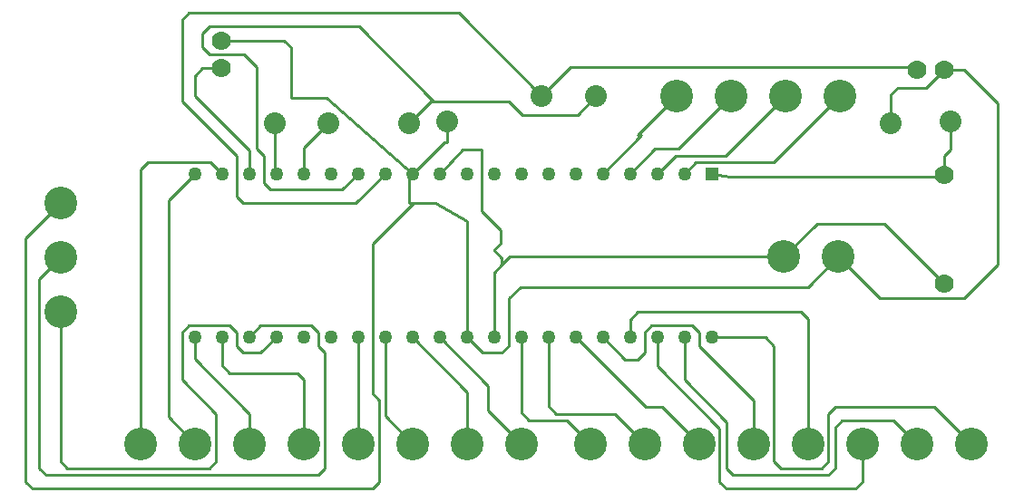
<source format=gbr>
G04 PROTEUS GERBER X2 FILE*
%TF.GenerationSoftware,Labcenter,Proteus,8.6-SP2-Build23525*%
%TF.CreationDate,2018-03-22T21:58:14+00:00*%
%TF.FileFunction,Copper,L2,Bot*%
%TF.FilePolarity,Positive*%
%TF.Part,Single*%
%FSLAX45Y45*%
%MOMM*%
G01*
%TA.AperFunction,Conductor*%
%ADD15C,0.254000*%
%TA.AperFunction,ComponentPad*%
%ADD10C,1.778000*%
%ADD11C,3.048000*%
%TA.AperFunction,ComponentPad*%
%ADD12R,1.270000X1.270000*%
%ADD13C,1.270000*%
%TA.AperFunction,ComponentPad*%
%ADD14C,2.032000*%
%TD.AperFunction*%
D15*
X+1322000Y+274000D02*
X+1429000Y+381000D01*
X+2155000Y+381000D01*
X+2774000Y+1000000D01*
X+1068000Y+274000D02*
X+1238500Y+444500D01*
X+1710500Y+444500D01*
X+2266000Y+1000000D01*
X+814000Y+274000D02*
X+1048000Y+508000D01*
X+1266000Y+508000D01*
X+1758000Y+1000000D01*
X+560000Y+274000D02*
X+921257Y+635257D01*
X+885257Y+635257D01*
X+1250000Y+1000000D01*
X-1016000Y+952500D02*
X-1714500Y+1651000D01*
X-3111500Y+1651000D01*
X-3175000Y+1587500D01*
X-3175000Y+1456500D01*
X-3111500Y+1393000D01*
X-2790000Y+1393000D01*
X-2667000Y+1270000D01*
X-2667000Y+508000D01*
X-2603500Y+444500D01*
X-2603500Y+190500D01*
X-2540000Y+127000D01*
X-1873000Y+127000D01*
X-1726000Y+274000D01*
X-1016000Y+952500D02*
X-317500Y+952500D01*
X-190500Y+825500D01*
X+325500Y+825500D01*
X+500000Y+1000000D01*
X-1016000Y+952500D02*
X-1047500Y+952500D01*
X-1250000Y+750000D01*
X-8000Y+1000000D02*
X-786000Y+1778000D01*
X-3302000Y+1778000D01*
X-3365500Y+1714500D01*
X-3365500Y+952500D01*
X-2857500Y+444500D01*
X-2857500Y+63500D01*
X-2794000Y+0D01*
X-1746000Y+0D01*
X-1472000Y+274000D01*
X-8000Y+1000000D02*
X+262000Y+1270000D01*
X+3432500Y+1270000D01*
X+3496000Y+1206500D01*
X+3496000Y+1250000D01*
X+444000Y-2250000D02*
X+226000Y-2032000D01*
X-127000Y-2032000D01*
X-202000Y-1957000D01*
X-202000Y-1250000D01*
X+952000Y-2250000D02*
X+670500Y-1968500D01*
X+127000Y-1968500D01*
X+52000Y-1893500D01*
X+52000Y-1250000D01*
X+1460000Y-2250000D02*
X+1115000Y-1905000D01*
X+961000Y-1905000D01*
X+306000Y-1250000D01*
X+1968000Y-2250000D02*
X+1968000Y-1841500D01*
X+1460500Y-1334000D01*
X+1460500Y-1206500D01*
X+1397000Y-1143000D01*
X+1016000Y-1143000D01*
X+952500Y-1206500D01*
X+952500Y-1397000D01*
X+889000Y-1460500D01*
X+770500Y-1460500D01*
X+560000Y-1250000D01*
X+2476000Y-2250000D02*
X+2476000Y-1079500D01*
X+2412500Y-1016000D01*
X+889000Y-1016000D01*
X+814000Y-1091000D01*
X+814000Y-1250000D01*
X+2984000Y-2250000D02*
X+2984000Y-2603500D01*
X+2920500Y-2667000D01*
X+1714500Y-2667000D01*
X+1651000Y-2603500D01*
X+1651000Y-2107000D01*
X+1068000Y-1524000D01*
X+1068000Y-1250000D01*
X+3492000Y-2250000D02*
X+3274000Y-2032000D01*
X+2794000Y-2032000D01*
X+2730500Y-2095500D01*
X+2730500Y-2476500D01*
X+2667000Y-2540000D01*
X+1778000Y-2540000D01*
X+1714500Y-2476500D01*
X+1714500Y-2043500D01*
X+1322000Y-1651000D01*
X+1322000Y-1250000D01*
X+4000000Y-2250000D02*
X+3655000Y-1905000D01*
X+2730500Y-1905000D01*
X+2667000Y-1968500D01*
X+2667000Y-2413000D01*
X+2603500Y-2476500D01*
X+2222500Y-2476500D01*
X+2159000Y-2413000D01*
X+2159000Y-1333500D01*
X+2075500Y-1250000D01*
X+1576000Y-1250000D01*
X-2000000Y+750000D02*
X-2234000Y+516000D01*
X-2234000Y+274000D01*
X-2500000Y+750000D02*
X-2500000Y+286000D01*
X-2488000Y+274000D01*
X-3004000Y+1266000D02*
X-3175000Y+1266000D01*
X-3250000Y+1191000D01*
X-3250000Y+1000000D01*
X-2742000Y+492000D01*
X-2742000Y+274000D01*
X-4500000Y-508000D02*
X-4699000Y-707000D01*
X-4699000Y-2476500D01*
X-4635500Y-2540000D01*
X-2095500Y-2540000D01*
X-2032000Y-2476500D01*
X-2032000Y-1397000D01*
X-2095500Y-1333500D01*
X-2095500Y-1206500D01*
X-2159000Y-1143000D01*
X-2635000Y-1143000D01*
X-2742000Y-1250000D01*
X-4500000Y-1016000D02*
X-4500000Y-2413000D01*
X-4436500Y-2476500D01*
X-3111500Y-2476500D01*
X-3048000Y-2413000D01*
X-3048000Y-1968500D01*
X-3365500Y-1651000D01*
X-3365500Y-1206500D01*
X-3302000Y-1143000D01*
X-2921000Y-1143000D01*
X-2857500Y-1206500D01*
X-2857500Y-1333500D01*
X-2794000Y-1397000D01*
X-2635000Y-1397000D01*
X-2488000Y-1250000D01*
X-3750000Y-2250000D02*
X-3750000Y+317500D01*
X-3686500Y+381000D01*
X-3103000Y+381000D01*
X-2996000Y+274000D01*
X-3242000Y-2250000D02*
X-3492500Y-1999500D01*
X-3492500Y+31500D01*
X-3250000Y+274000D01*
X-2734000Y-2250000D02*
X-2734000Y-1968500D01*
X-3250000Y-1452500D01*
X-3250000Y-1250000D01*
X-2226000Y-2250000D02*
X-2226000Y-1651000D01*
X-2289500Y-1587500D01*
X-2921000Y-1587500D01*
X-2996000Y-1512500D01*
X-2996000Y-1250000D01*
X-1718000Y-2250000D02*
X-1718000Y-1468500D01*
X-1726000Y-1460500D01*
X-1726000Y-1250000D01*
X-1210000Y-2250000D02*
X-1472000Y-1988000D01*
X-1472000Y-1250000D01*
X-702000Y-2250000D02*
X-702000Y-1766000D01*
X-1218000Y-1250000D01*
X-194000Y-2250000D02*
X-508000Y-1936000D01*
X-508000Y-1706000D01*
X-964000Y-1250000D01*
X+3750000Y+266000D02*
X+3750000Y+444500D01*
X+3810000Y+504500D01*
X+3810000Y+762000D01*
X+3750000Y+266000D02*
X+3750000Y+250000D01*
X+1750000Y+250000D01*
X+1576000Y+274000D01*
X-1206500Y+0D02*
X-1587500Y-381000D01*
X-1587500Y-1778000D01*
X-1524000Y-1841500D01*
X-1524000Y-2603500D01*
X-1587500Y-2667000D01*
X-4762500Y-2667000D01*
X-4826000Y-2603500D01*
X-4826000Y-326000D01*
X-4500000Y+0D01*
X+2758000Y-500000D02*
X+2476304Y-781696D01*
X-210196Y-781696D01*
X-317500Y-889000D01*
X-317500Y-1333500D01*
X-381000Y-1397000D01*
X-563000Y-1397000D01*
X-710000Y-1250000D01*
X+3750000Y+1250000D02*
X+3579500Y+1079500D01*
X+3313500Y+1079500D01*
X+3250000Y+1016000D01*
X+3250000Y+750000D01*
X+3750000Y+1250000D02*
X+3937000Y+1250000D01*
X+4250000Y+937000D01*
X+4250000Y-576000D01*
X+3937000Y-889000D01*
X+3147000Y-889000D01*
X+2758000Y-500000D01*
X-1218000Y+274000D02*
X-2016000Y+984000D01*
X-2349500Y+984000D01*
X-2349500Y+1456500D01*
X-2413000Y+1520000D01*
X-3004000Y+1520000D01*
X-1218000Y+274000D02*
X-1250000Y+250000D01*
X-1250000Y+0D01*
X-1206500Y+0D01*
X-710000Y-1250000D02*
X-710000Y-500000D01*
X-1206500Y+0D02*
X-1000000Y+0D01*
X-710000Y-163000D01*
X-710000Y-500000D01*
X-1218000Y+274000D02*
X-920500Y+571500D01*
X-889000Y+571500D01*
X-889000Y+762000D01*
X+2250000Y-500000D02*
X+2559500Y-190500D01*
X+3190500Y-190500D01*
X+3750000Y-750000D01*
X-381000Y-571500D02*
X-456000Y-646500D01*
X-456000Y-1250000D01*
X+2250000Y-500000D02*
X-309500Y-500000D01*
X-381000Y-571500D01*
X-456000Y-436500D02*
X-381000Y-511500D01*
X-381000Y-571500D01*
X-456000Y-436500D02*
X-392500Y-373000D01*
X-392500Y-254000D01*
X-571500Y-75000D01*
X-571500Y+500000D01*
X-750000Y+500000D01*
X-964000Y+274000D01*
D10*
X-3004000Y+1266000D03*
X-3004000Y+1520000D03*
X+3496000Y+1250000D03*
X+3750000Y+1250000D03*
D11*
X+2250000Y-500000D03*
X+2758000Y-500000D03*
D12*
X+1576000Y+274000D03*
D13*
X+1322000Y+274000D03*
X+1068000Y+274000D03*
X+814000Y+274000D03*
X+560000Y+274000D03*
X+306000Y+274000D03*
X+52000Y+274000D03*
X-202000Y+274000D03*
X-456000Y+274000D03*
X-710000Y+274000D03*
X-964000Y+274000D03*
X-1218000Y+274000D03*
X-1472000Y+274000D03*
X-1726000Y+274000D03*
X-1980000Y+274000D03*
X-2234000Y+274000D03*
X-2488000Y+274000D03*
X-2742000Y+274000D03*
X-2996000Y+274000D03*
X-3250000Y+274000D03*
X-3250000Y-1250000D03*
X-2996000Y-1250000D03*
X-2742000Y-1250000D03*
X-2488000Y-1250000D03*
X-2234000Y-1250000D03*
X-1980000Y-1250000D03*
X-1726000Y-1250000D03*
X-1472000Y-1250000D03*
X-1218000Y-1250000D03*
X-964000Y-1250000D03*
X-710000Y-1250000D03*
X-456000Y-1250000D03*
X-202000Y-1250000D03*
X+52000Y-1250000D03*
X+306000Y-1250000D03*
X+560000Y-1250000D03*
X+814000Y-1250000D03*
X+1068000Y-1250000D03*
X+1322000Y-1250000D03*
X+1576000Y-1250000D03*
D10*
X+3750000Y-750000D03*
X+3750000Y+266000D03*
D14*
X+500000Y+1000000D03*
X-8000Y+1000000D03*
X-2500000Y+750000D03*
D11*
X+4000000Y-2250000D03*
X+3492000Y-2250000D03*
X+2984000Y-2250000D03*
X+2476000Y-2250000D03*
X+1968000Y-2250000D03*
X+1460000Y-2250000D03*
X+952000Y-2250000D03*
X+444000Y-2250000D03*
X+1250000Y+1000000D03*
X+1758000Y+1000000D03*
X+2266000Y+1000000D03*
X+2774000Y+1000000D03*
X-3750000Y-2250000D03*
X-3242000Y-2250000D03*
X-2734000Y-2250000D03*
X-2226000Y-2250000D03*
X-1718000Y-2250000D03*
X-1210000Y-2250000D03*
X-702000Y-2250000D03*
X-194000Y-2250000D03*
D14*
X-1250000Y+750000D03*
X-889000Y+762000D03*
D11*
X-4500000Y+0D03*
X-4500000Y-508000D03*
X-4500000Y-1016000D03*
D14*
X+3810000Y+762000D03*
X+3250000Y+750000D03*
X-2000000Y+750000D03*
M02*

</source>
